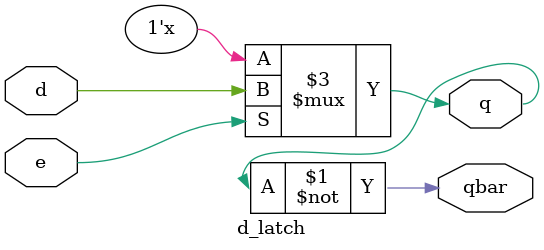
<source format=v>
`timescale 1ns / 1ps


module d_latch(input e,input d,output reg q,output qbar );
assign qbar=~q;
always @(d,e)
begin 
if(e)
q<=d;
end 
endmodule


</source>
